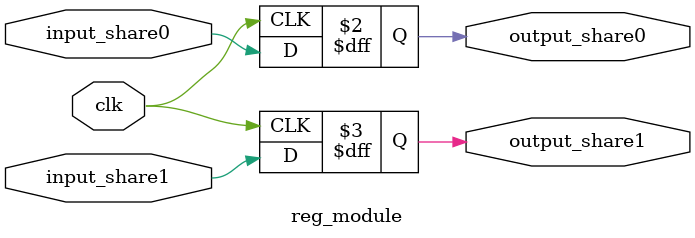
<source format=v>
module reg_module (
    input   clk,
    input   input_share0,
    input   input_share1,
    output reg  output_share0,
    output reg  output_share1
);

    always @(posedge clk) begin
        output_share0 <= input_share0;
        output_share1 <= input_share1;
    end

endmodule

</source>
